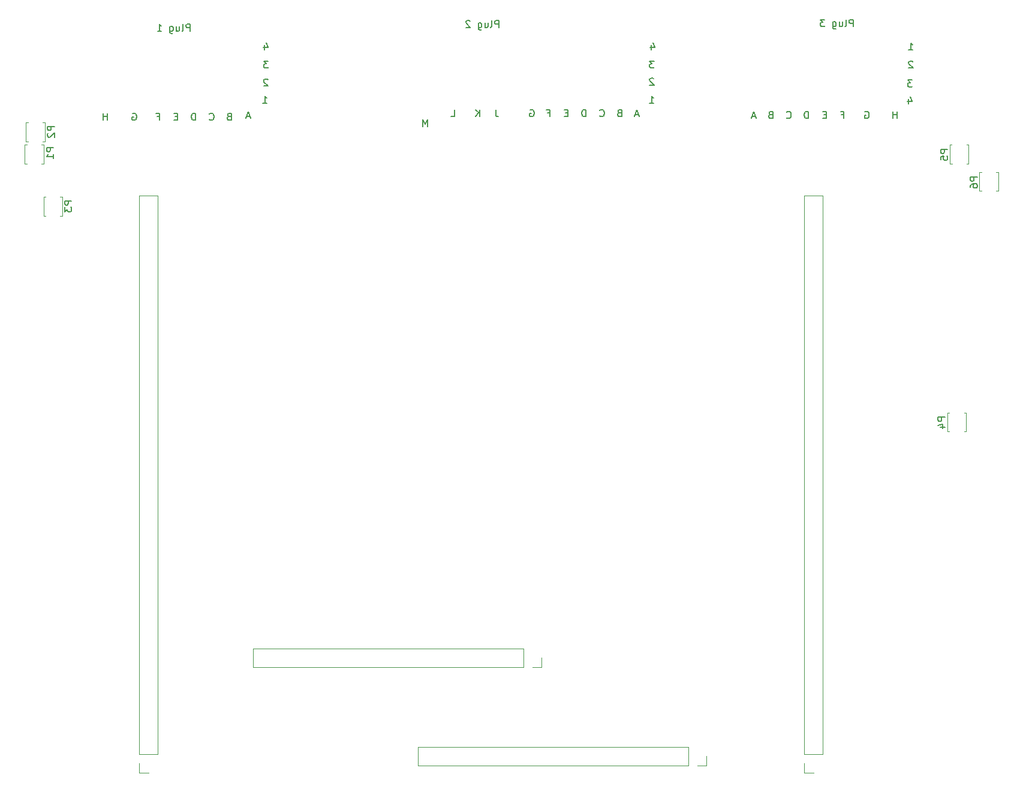
<source format=gbr>
%TF.GenerationSoftware,KiCad,Pcbnew,9.0.3*%
%TF.CreationDate,2025-10-28T00:12:23+00:00*%
%TF.ProjectId,Polygonus-Universal-Base,506f6c79-676f-46e7-9573-2d556e697665,rev?*%
%TF.SameCoordinates,Original*%
%TF.FileFunction,Legend,Bot*%
%TF.FilePolarity,Positive*%
%FSLAX46Y46*%
G04 Gerber Fmt 4.6, Leading zero omitted, Abs format (unit mm)*
G04 Created by KiCad (PCBNEW 9.0.3) date 2025-10-28 00:12:23*
%MOMM*%
%LPD*%
G01*
G04 APERTURE LIST*
%ADD10C,0.150000*%
%ADD11C,0.120000*%
%ADD12R,1.700000X1.700000*%
%ADD13O,1.700000X1.700000*%
%ADD14R,1.600000X1.600000*%
%ADD15C,1.600000*%
%ADD16C,1.700000*%
%ADD17C,1.524000*%
%ADD18O,1.600000X1.600000*%
%ADD19C,2.780000*%
%ADD20C,4.000000*%
%ADD21C,2.200000*%
%ADD22C,3.500000*%
%ADD23R,1.350000X1.350000*%
%ADD24O,1.350000X1.350000*%
G04 APERTURE END LIST*
D10*
X146983220Y-40240009D02*
X146649887Y-40240009D01*
X146507030Y-40763819D02*
X146983220Y-40763819D01*
X146983220Y-40763819D02*
X146983220Y-39763819D01*
X146983220Y-39763819D02*
X146507030Y-39763819D01*
X137204220Y-28190819D02*
X137204220Y-27190819D01*
X137204220Y-27190819D02*
X136823268Y-27190819D01*
X136823268Y-27190819D02*
X136728030Y-27238438D01*
X136728030Y-27238438D02*
X136680411Y-27286057D01*
X136680411Y-27286057D02*
X136632792Y-27381295D01*
X136632792Y-27381295D02*
X136632792Y-27524152D01*
X136632792Y-27524152D02*
X136680411Y-27619390D01*
X136680411Y-27619390D02*
X136728030Y-27667009D01*
X136728030Y-27667009D02*
X136823268Y-27714628D01*
X136823268Y-27714628D02*
X137204220Y-27714628D01*
X136061363Y-28190819D02*
X136156601Y-28143200D01*
X136156601Y-28143200D02*
X136204220Y-28047961D01*
X136204220Y-28047961D02*
X136204220Y-27190819D01*
X135251839Y-27524152D02*
X135251839Y-28190819D01*
X135680410Y-27524152D02*
X135680410Y-28047961D01*
X135680410Y-28047961D02*
X135632791Y-28143200D01*
X135632791Y-28143200D02*
X135537553Y-28190819D01*
X135537553Y-28190819D02*
X135394696Y-28190819D01*
X135394696Y-28190819D02*
X135299458Y-28143200D01*
X135299458Y-28143200D02*
X135251839Y-28095580D01*
X134347077Y-27524152D02*
X134347077Y-28333676D01*
X134347077Y-28333676D02*
X134394696Y-28428914D01*
X134394696Y-28428914D02*
X134442315Y-28476533D01*
X134442315Y-28476533D02*
X134537553Y-28524152D01*
X134537553Y-28524152D02*
X134680410Y-28524152D01*
X134680410Y-28524152D02*
X134775648Y-28476533D01*
X134347077Y-28143200D02*
X134442315Y-28190819D01*
X134442315Y-28190819D02*
X134632791Y-28190819D01*
X134632791Y-28190819D02*
X134728029Y-28143200D01*
X134728029Y-28143200D02*
X134775648Y-28095580D01*
X134775648Y-28095580D02*
X134823267Y-28000342D01*
X134823267Y-28000342D02*
X134823267Y-27714628D01*
X134823267Y-27714628D02*
X134775648Y-27619390D01*
X134775648Y-27619390D02*
X134728029Y-27571771D01*
X134728029Y-27571771D02*
X134632791Y-27524152D01*
X134632791Y-27524152D02*
X134442315Y-27524152D01*
X134442315Y-27524152D02*
X134347077Y-27571771D01*
X133156600Y-27286057D02*
X133108981Y-27238438D01*
X133108981Y-27238438D02*
X133013743Y-27190819D01*
X133013743Y-27190819D02*
X132775648Y-27190819D01*
X132775648Y-27190819D02*
X132680410Y-27238438D01*
X132680410Y-27238438D02*
X132632791Y-27286057D01*
X132632791Y-27286057D02*
X132585172Y-27381295D01*
X132585172Y-27381295D02*
X132585172Y-27476533D01*
X132585172Y-27476533D02*
X132632791Y-27619390D01*
X132632791Y-27619390D02*
X133204219Y-28190819D01*
X133204219Y-28190819D02*
X132585172Y-28190819D01*
X134537220Y-40763819D02*
X134537220Y-39763819D01*
X133965792Y-40763819D02*
X134394363Y-40192390D01*
X133965792Y-39763819D02*
X134537220Y-40335247D01*
X102072839Y-40732104D02*
X101596649Y-40732104D01*
X102168077Y-41017819D02*
X101834744Y-40017819D01*
X101834744Y-40017819D02*
X101501411Y-41017819D01*
X96373792Y-41176580D02*
X96421411Y-41224200D01*
X96421411Y-41224200D02*
X96564268Y-41271819D01*
X96564268Y-41271819D02*
X96659506Y-41271819D01*
X96659506Y-41271819D02*
X96802363Y-41224200D01*
X96802363Y-41224200D02*
X96897601Y-41128961D01*
X96897601Y-41128961D02*
X96945220Y-41033723D01*
X96945220Y-41033723D02*
X96992839Y-40843247D01*
X96992839Y-40843247D02*
X96992839Y-40700390D01*
X96992839Y-40700390D02*
X96945220Y-40509914D01*
X96945220Y-40509914D02*
X96897601Y-40414676D01*
X96897601Y-40414676D02*
X96802363Y-40319438D01*
X96802363Y-40319438D02*
X96659506Y-40271819D01*
X96659506Y-40271819D02*
X96564268Y-40271819D01*
X96564268Y-40271819D02*
X96421411Y-40319438D01*
X96421411Y-40319438D02*
X96373792Y-40367057D01*
X149523220Y-40763819D02*
X149523220Y-39763819D01*
X149523220Y-39763819D02*
X149285125Y-39763819D01*
X149285125Y-39763819D02*
X149142268Y-39811438D01*
X149142268Y-39811438D02*
X149047030Y-39906676D01*
X149047030Y-39906676D02*
X148999411Y-40001914D01*
X148999411Y-40001914D02*
X148951792Y-40192390D01*
X148951792Y-40192390D02*
X148951792Y-40335247D01*
X148951792Y-40335247D02*
X148999411Y-40525723D01*
X148999411Y-40525723D02*
X149047030Y-40620961D01*
X149047030Y-40620961D02*
X149142268Y-40716200D01*
X149142268Y-40716200D02*
X149285125Y-40763819D01*
X149285125Y-40763819D02*
X149523220Y-40763819D01*
X195671839Y-33001057D02*
X195624220Y-32953438D01*
X195624220Y-32953438D02*
X195528982Y-32905819D01*
X195528982Y-32905819D02*
X195290887Y-32905819D01*
X195290887Y-32905819D02*
X195195649Y-32953438D01*
X195195649Y-32953438D02*
X195148030Y-33001057D01*
X195148030Y-33001057D02*
X195100411Y-33096295D01*
X195100411Y-33096295D02*
X195100411Y-33191533D01*
X195100411Y-33191533D02*
X195148030Y-33334390D01*
X195148030Y-33334390D02*
X195719458Y-33905819D01*
X195719458Y-33905819D02*
X195100411Y-33905819D01*
X177867792Y-40922580D02*
X177915411Y-40970200D01*
X177915411Y-40970200D02*
X178058268Y-41017819D01*
X178058268Y-41017819D02*
X178153506Y-41017819D01*
X178153506Y-41017819D02*
X178296363Y-40970200D01*
X178296363Y-40970200D02*
X178391601Y-40874961D01*
X178391601Y-40874961D02*
X178439220Y-40779723D01*
X178439220Y-40779723D02*
X178486839Y-40589247D01*
X178486839Y-40589247D02*
X178486839Y-40446390D01*
X178486839Y-40446390D02*
X178439220Y-40255914D01*
X178439220Y-40255914D02*
X178391601Y-40160676D01*
X178391601Y-40160676D02*
X178296363Y-40065438D01*
X178296363Y-40065438D02*
X178153506Y-40017819D01*
X178153506Y-40017819D02*
X178058268Y-40017819D01*
X178058268Y-40017819D02*
X177915411Y-40065438D01*
X177915411Y-40065438D02*
X177867792Y-40113057D01*
X81959220Y-41271819D02*
X81959220Y-40271819D01*
X81959220Y-40748009D02*
X81387792Y-40748009D01*
X81387792Y-41271819D02*
X81387792Y-40271819D01*
X159143458Y-32905819D02*
X158524411Y-32905819D01*
X158524411Y-32905819D02*
X158857744Y-33286771D01*
X158857744Y-33286771D02*
X158714887Y-33286771D01*
X158714887Y-33286771D02*
X158619649Y-33334390D01*
X158619649Y-33334390D02*
X158572030Y-33382009D01*
X158572030Y-33382009D02*
X158524411Y-33477247D01*
X158524411Y-33477247D02*
X158524411Y-33715342D01*
X158524411Y-33715342D02*
X158572030Y-33810580D01*
X158572030Y-33810580D02*
X158619649Y-33858200D01*
X158619649Y-33858200D02*
X158714887Y-33905819D01*
X158714887Y-33905819D02*
X159000601Y-33905819D01*
X159000601Y-33905819D02*
X159095839Y-33858200D01*
X159095839Y-33858200D02*
X159143458Y-33810580D01*
X154269887Y-40240009D02*
X154127030Y-40287628D01*
X154127030Y-40287628D02*
X154079411Y-40335247D01*
X154079411Y-40335247D02*
X154031792Y-40430485D01*
X154031792Y-40430485D02*
X154031792Y-40573342D01*
X154031792Y-40573342D02*
X154079411Y-40668580D01*
X154079411Y-40668580D02*
X154127030Y-40716200D01*
X154127030Y-40716200D02*
X154222268Y-40763819D01*
X154222268Y-40763819D02*
X154603220Y-40763819D01*
X154603220Y-40763819D02*
X154603220Y-39763819D01*
X154603220Y-39763819D02*
X154269887Y-39763819D01*
X154269887Y-39763819D02*
X154174649Y-39811438D01*
X154174649Y-39811438D02*
X154127030Y-39859057D01*
X154127030Y-39859057D02*
X154079411Y-39954295D01*
X154079411Y-39954295D02*
X154079411Y-40049533D01*
X154079411Y-40049533D02*
X154127030Y-40144771D01*
X154127030Y-40144771D02*
X154174649Y-40192390D01*
X154174649Y-40192390D02*
X154269887Y-40240009D01*
X154269887Y-40240009D02*
X154603220Y-40240009D01*
X195100411Y-31365819D02*
X195671839Y-31365819D01*
X195386125Y-31365819D02*
X195386125Y-30365819D01*
X195386125Y-30365819D02*
X195481363Y-30508676D01*
X195481363Y-30508676D02*
X195576601Y-30603914D01*
X195576601Y-30603914D02*
X195671839Y-30651533D01*
X159095839Y-35414057D02*
X159048220Y-35366438D01*
X159048220Y-35366438D02*
X158952982Y-35318819D01*
X158952982Y-35318819D02*
X158714887Y-35318819D01*
X158714887Y-35318819D02*
X158619649Y-35366438D01*
X158619649Y-35366438D02*
X158572030Y-35414057D01*
X158572030Y-35414057D02*
X158524411Y-35509295D01*
X158524411Y-35509295D02*
X158524411Y-35604533D01*
X158524411Y-35604533D02*
X158572030Y-35747390D01*
X158572030Y-35747390D02*
X159143458Y-36318819D01*
X159143458Y-36318819D02*
X158524411Y-36318819D01*
X180939220Y-41017819D02*
X180939220Y-40017819D01*
X180939220Y-40017819D02*
X180701125Y-40017819D01*
X180701125Y-40017819D02*
X180558268Y-40065438D01*
X180558268Y-40065438D02*
X180463030Y-40160676D01*
X180463030Y-40160676D02*
X180415411Y-40255914D01*
X180415411Y-40255914D02*
X180367792Y-40446390D01*
X180367792Y-40446390D02*
X180367792Y-40589247D01*
X180367792Y-40589247D02*
X180415411Y-40779723D01*
X180415411Y-40779723D02*
X180463030Y-40874961D01*
X180463030Y-40874961D02*
X180558268Y-40970200D01*
X180558268Y-40970200D02*
X180701125Y-41017819D01*
X180701125Y-41017819D02*
X180939220Y-41017819D01*
X193439220Y-41017819D02*
X193439220Y-40017819D01*
X193439220Y-40494009D02*
X192867792Y-40494009D01*
X192867792Y-41017819D02*
X192867792Y-40017819D01*
X156936839Y-40478104D02*
X156460649Y-40478104D01*
X157032077Y-40763819D02*
X156698744Y-39763819D01*
X156698744Y-39763819D02*
X156365411Y-40763819D01*
X104612839Y-35541057D02*
X104565220Y-35493438D01*
X104565220Y-35493438D02*
X104469982Y-35445819D01*
X104469982Y-35445819D02*
X104231887Y-35445819D01*
X104231887Y-35445819D02*
X104136649Y-35493438D01*
X104136649Y-35493438D02*
X104089030Y-35541057D01*
X104089030Y-35541057D02*
X104041411Y-35636295D01*
X104041411Y-35636295D02*
X104041411Y-35731533D01*
X104041411Y-35731533D02*
X104089030Y-35874390D01*
X104089030Y-35874390D02*
X104660458Y-36445819D01*
X104660458Y-36445819D02*
X104041411Y-36445819D01*
X175605887Y-40494009D02*
X175463030Y-40541628D01*
X175463030Y-40541628D02*
X175415411Y-40589247D01*
X175415411Y-40589247D02*
X175367792Y-40684485D01*
X175367792Y-40684485D02*
X175367792Y-40827342D01*
X175367792Y-40827342D02*
X175415411Y-40922580D01*
X175415411Y-40922580D02*
X175463030Y-40970200D01*
X175463030Y-40970200D02*
X175558268Y-41017819D01*
X175558268Y-41017819D02*
X175939220Y-41017819D01*
X175939220Y-41017819D02*
X175939220Y-40017819D01*
X175939220Y-40017819D02*
X175605887Y-40017819D01*
X175605887Y-40017819D02*
X175510649Y-40065438D01*
X175510649Y-40065438D02*
X175463030Y-40113057D01*
X175463030Y-40113057D02*
X175415411Y-40208295D01*
X175415411Y-40208295D02*
X175415411Y-40303533D01*
X175415411Y-40303533D02*
X175463030Y-40398771D01*
X175463030Y-40398771D02*
X175510649Y-40446390D01*
X175510649Y-40446390D02*
X175605887Y-40494009D01*
X175605887Y-40494009D02*
X175939220Y-40494009D01*
X187242220Y-28063819D02*
X187242220Y-27063819D01*
X187242220Y-27063819D02*
X186861268Y-27063819D01*
X186861268Y-27063819D02*
X186766030Y-27111438D01*
X186766030Y-27111438D02*
X186718411Y-27159057D01*
X186718411Y-27159057D02*
X186670792Y-27254295D01*
X186670792Y-27254295D02*
X186670792Y-27397152D01*
X186670792Y-27397152D02*
X186718411Y-27492390D01*
X186718411Y-27492390D02*
X186766030Y-27540009D01*
X186766030Y-27540009D02*
X186861268Y-27587628D01*
X186861268Y-27587628D02*
X187242220Y-27587628D01*
X186099363Y-28063819D02*
X186194601Y-28016200D01*
X186194601Y-28016200D02*
X186242220Y-27920961D01*
X186242220Y-27920961D02*
X186242220Y-27063819D01*
X185289839Y-27397152D02*
X185289839Y-28063819D01*
X185718410Y-27397152D02*
X185718410Y-27920961D01*
X185718410Y-27920961D02*
X185670791Y-28016200D01*
X185670791Y-28016200D02*
X185575553Y-28063819D01*
X185575553Y-28063819D02*
X185432696Y-28063819D01*
X185432696Y-28063819D02*
X185337458Y-28016200D01*
X185337458Y-28016200D02*
X185289839Y-27968580D01*
X184385077Y-27397152D02*
X184385077Y-28206676D01*
X184385077Y-28206676D02*
X184432696Y-28301914D01*
X184432696Y-28301914D02*
X184480315Y-28349533D01*
X184480315Y-28349533D02*
X184575553Y-28397152D01*
X184575553Y-28397152D02*
X184718410Y-28397152D01*
X184718410Y-28397152D02*
X184813648Y-28349533D01*
X184385077Y-28016200D02*
X184480315Y-28063819D01*
X184480315Y-28063819D02*
X184670791Y-28063819D01*
X184670791Y-28063819D02*
X184766029Y-28016200D01*
X184766029Y-28016200D02*
X184813648Y-27968580D01*
X184813648Y-27968580D02*
X184861267Y-27873342D01*
X184861267Y-27873342D02*
X184861267Y-27587628D01*
X184861267Y-27587628D02*
X184813648Y-27492390D01*
X184813648Y-27492390D02*
X184766029Y-27444771D01*
X184766029Y-27444771D02*
X184670791Y-27397152D01*
X184670791Y-27397152D02*
X184480315Y-27397152D01*
X184480315Y-27397152D02*
X184385077Y-27444771D01*
X183242219Y-27063819D02*
X182623172Y-27063819D01*
X182623172Y-27063819D02*
X182956505Y-27444771D01*
X182956505Y-27444771D02*
X182813648Y-27444771D01*
X182813648Y-27444771D02*
X182718410Y-27492390D01*
X182718410Y-27492390D02*
X182670791Y-27540009D01*
X182670791Y-27540009D02*
X182623172Y-27635247D01*
X182623172Y-27635247D02*
X182623172Y-27873342D01*
X182623172Y-27873342D02*
X182670791Y-27968580D01*
X182670791Y-27968580D02*
X182718410Y-28016200D01*
X182718410Y-28016200D02*
X182813648Y-28063819D01*
X182813648Y-28063819D02*
X183099362Y-28063819D01*
X183099362Y-28063819D02*
X183194600Y-28016200D01*
X183194600Y-28016200D02*
X183242219Y-27968580D01*
X85499411Y-40319438D02*
X85594649Y-40271819D01*
X85594649Y-40271819D02*
X85737506Y-40271819D01*
X85737506Y-40271819D02*
X85880363Y-40319438D01*
X85880363Y-40319438D02*
X85975601Y-40414676D01*
X85975601Y-40414676D02*
X86023220Y-40509914D01*
X86023220Y-40509914D02*
X86070839Y-40700390D01*
X86070839Y-40700390D02*
X86070839Y-40843247D01*
X86070839Y-40843247D02*
X86023220Y-41033723D01*
X86023220Y-41033723D02*
X85975601Y-41128961D01*
X85975601Y-41128961D02*
X85880363Y-41224200D01*
X85880363Y-41224200D02*
X85737506Y-41271819D01*
X85737506Y-41271819D02*
X85642268Y-41271819D01*
X85642268Y-41271819D02*
X85499411Y-41224200D01*
X85499411Y-41224200D02*
X85451792Y-41176580D01*
X85451792Y-41176580D02*
X85451792Y-40843247D01*
X85451792Y-40843247D02*
X85642268Y-40843247D01*
X127171220Y-42160819D02*
X127171220Y-41160819D01*
X127171220Y-41160819D02*
X126837887Y-41875104D01*
X126837887Y-41875104D02*
X126504554Y-41160819D01*
X126504554Y-41160819D02*
X126504554Y-42160819D01*
X104136649Y-30699152D02*
X104136649Y-31365819D01*
X104374744Y-30318200D02*
X104612839Y-31032485D01*
X104612839Y-31032485D02*
X103993792Y-31032485D01*
X195592458Y-35572819D02*
X194973411Y-35572819D01*
X194973411Y-35572819D02*
X195306744Y-35953771D01*
X195306744Y-35953771D02*
X195163887Y-35953771D01*
X195163887Y-35953771D02*
X195068649Y-36001390D01*
X195068649Y-36001390D02*
X195021030Y-36049009D01*
X195021030Y-36049009D02*
X194973411Y-36144247D01*
X194973411Y-36144247D02*
X194973411Y-36382342D01*
X194973411Y-36382342D02*
X195021030Y-36477580D01*
X195021030Y-36477580D02*
X195068649Y-36525200D01*
X195068649Y-36525200D02*
X195163887Y-36572819D01*
X195163887Y-36572819D02*
X195449601Y-36572819D01*
X195449601Y-36572819D02*
X195544839Y-36525200D01*
X195544839Y-36525200D02*
X195592458Y-36477580D01*
X195068649Y-38319152D02*
X195068649Y-38985819D01*
X195306744Y-37938200D02*
X195544839Y-38652485D01*
X195544839Y-38652485D02*
X194925792Y-38652485D01*
X103914411Y-38858819D02*
X104485839Y-38858819D01*
X104200125Y-38858819D02*
X104200125Y-37858819D01*
X104200125Y-37858819D02*
X104295363Y-38001676D01*
X104295363Y-38001676D02*
X104390601Y-38096914D01*
X104390601Y-38096914D02*
X104485839Y-38144533D01*
X104660458Y-32905819D02*
X104041411Y-32905819D01*
X104041411Y-32905819D02*
X104374744Y-33286771D01*
X104374744Y-33286771D02*
X104231887Y-33286771D01*
X104231887Y-33286771D02*
X104136649Y-33334390D01*
X104136649Y-33334390D02*
X104089030Y-33382009D01*
X104089030Y-33382009D02*
X104041411Y-33477247D01*
X104041411Y-33477247D02*
X104041411Y-33715342D01*
X104041411Y-33715342D02*
X104089030Y-33810580D01*
X104089030Y-33810580D02*
X104136649Y-33858200D01*
X104136649Y-33858200D02*
X104231887Y-33905819D01*
X104231887Y-33905819D02*
X104517601Y-33905819D01*
X104517601Y-33905819D02*
X104612839Y-33858200D01*
X104612839Y-33858200D02*
X104660458Y-33810580D01*
X185605887Y-40494009D02*
X185939220Y-40494009D01*
X185939220Y-41017819D02*
X185939220Y-40017819D01*
X185939220Y-40017819D02*
X185463030Y-40017819D01*
X88991887Y-40748009D02*
X89325220Y-40748009D01*
X89325220Y-41271819D02*
X89325220Y-40271819D01*
X89325220Y-40271819D02*
X88849030Y-40271819D01*
X91865220Y-40748009D02*
X91531887Y-40748009D01*
X91389030Y-41271819D02*
X91865220Y-41271819D01*
X91865220Y-41271819D02*
X91865220Y-40271819D01*
X91865220Y-40271819D02*
X91389030Y-40271819D01*
X158524411Y-38858819D02*
X159095839Y-38858819D01*
X158810125Y-38858819D02*
X158810125Y-37858819D01*
X158810125Y-37858819D02*
X158905363Y-38001676D01*
X158905363Y-38001676D02*
X159000601Y-38096914D01*
X159000601Y-38096914D02*
X159095839Y-38144533D01*
X158746649Y-30699152D02*
X158746649Y-31365819D01*
X158984744Y-30318200D02*
X159222839Y-31032485D01*
X159222839Y-31032485D02*
X158603792Y-31032485D01*
X94405220Y-41271819D02*
X94405220Y-40271819D01*
X94405220Y-40271819D02*
X94167125Y-40271819D01*
X94167125Y-40271819D02*
X94024268Y-40319438D01*
X94024268Y-40319438D02*
X93929030Y-40414676D01*
X93929030Y-40414676D02*
X93881411Y-40509914D01*
X93881411Y-40509914D02*
X93833792Y-40700390D01*
X93833792Y-40700390D02*
X93833792Y-40843247D01*
X93833792Y-40843247D02*
X93881411Y-41033723D01*
X93881411Y-41033723D02*
X93929030Y-41128961D01*
X93929030Y-41128961D02*
X94024268Y-41224200D01*
X94024268Y-41224200D02*
X94167125Y-41271819D01*
X94167125Y-41271819D02*
X94405220Y-41271819D01*
X183439220Y-40494009D02*
X183105887Y-40494009D01*
X182963030Y-41017819D02*
X183439220Y-41017819D01*
X183439220Y-41017819D02*
X183439220Y-40017819D01*
X183439220Y-40017819D02*
X182963030Y-40017819D01*
X144109887Y-40240009D02*
X144443220Y-40240009D01*
X144443220Y-40763819D02*
X144443220Y-39763819D01*
X144443220Y-39763819D02*
X143967030Y-39763819D01*
X136791506Y-39763819D02*
X136791506Y-40478104D01*
X136791506Y-40478104D02*
X136839125Y-40620961D01*
X136839125Y-40620961D02*
X136934363Y-40716200D01*
X136934363Y-40716200D02*
X137077220Y-40763819D01*
X137077220Y-40763819D02*
X137172458Y-40763819D01*
X188915411Y-40065438D02*
X189010649Y-40017819D01*
X189010649Y-40017819D02*
X189153506Y-40017819D01*
X189153506Y-40017819D02*
X189296363Y-40065438D01*
X189296363Y-40065438D02*
X189391601Y-40160676D01*
X189391601Y-40160676D02*
X189439220Y-40255914D01*
X189439220Y-40255914D02*
X189486839Y-40446390D01*
X189486839Y-40446390D02*
X189486839Y-40589247D01*
X189486839Y-40589247D02*
X189439220Y-40779723D01*
X189439220Y-40779723D02*
X189391601Y-40874961D01*
X189391601Y-40874961D02*
X189296363Y-40970200D01*
X189296363Y-40970200D02*
X189153506Y-41017819D01*
X189153506Y-41017819D02*
X189058268Y-41017819D01*
X189058268Y-41017819D02*
X188915411Y-40970200D01*
X188915411Y-40970200D02*
X188867792Y-40922580D01*
X188867792Y-40922580D02*
X188867792Y-40589247D01*
X188867792Y-40589247D02*
X189058268Y-40589247D01*
X99151887Y-40748009D02*
X99009030Y-40795628D01*
X99009030Y-40795628D02*
X98961411Y-40843247D01*
X98961411Y-40843247D02*
X98913792Y-40938485D01*
X98913792Y-40938485D02*
X98913792Y-41081342D01*
X98913792Y-41081342D02*
X98961411Y-41176580D01*
X98961411Y-41176580D02*
X99009030Y-41224200D01*
X99009030Y-41224200D02*
X99104268Y-41271819D01*
X99104268Y-41271819D02*
X99485220Y-41271819D01*
X99485220Y-41271819D02*
X99485220Y-40271819D01*
X99485220Y-40271819D02*
X99151887Y-40271819D01*
X99151887Y-40271819D02*
X99056649Y-40319438D01*
X99056649Y-40319438D02*
X99009030Y-40367057D01*
X99009030Y-40367057D02*
X98961411Y-40462295D01*
X98961411Y-40462295D02*
X98961411Y-40557533D01*
X98961411Y-40557533D02*
X99009030Y-40652771D01*
X99009030Y-40652771D02*
X99056649Y-40700390D01*
X99056649Y-40700390D02*
X99151887Y-40748009D01*
X99151887Y-40748009D02*
X99485220Y-40748009D01*
X130505030Y-40763819D02*
X130981220Y-40763819D01*
X130981220Y-40763819D02*
X130981220Y-39763819D01*
X141633411Y-39811438D02*
X141728649Y-39763819D01*
X141728649Y-39763819D02*
X141871506Y-39763819D01*
X141871506Y-39763819D02*
X142014363Y-39811438D01*
X142014363Y-39811438D02*
X142109601Y-39906676D01*
X142109601Y-39906676D02*
X142157220Y-40001914D01*
X142157220Y-40001914D02*
X142204839Y-40192390D01*
X142204839Y-40192390D02*
X142204839Y-40335247D01*
X142204839Y-40335247D02*
X142157220Y-40525723D01*
X142157220Y-40525723D02*
X142109601Y-40620961D01*
X142109601Y-40620961D02*
X142014363Y-40716200D01*
X142014363Y-40716200D02*
X141871506Y-40763819D01*
X141871506Y-40763819D02*
X141776268Y-40763819D01*
X141776268Y-40763819D02*
X141633411Y-40716200D01*
X141633411Y-40716200D02*
X141585792Y-40668580D01*
X141585792Y-40668580D02*
X141585792Y-40335247D01*
X141585792Y-40335247D02*
X141776268Y-40335247D01*
X93643220Y-28698819D02*
X93643220Y-27698819D01*
X93643220Y-27698819D02*
X93262268Y-27698819D01*
X93262268Y-27698819D02*
X93167030Y-27746438D01*
X93167030Y-27746438D02*
X93119411Y-27794057D01*
X93119411Y-27794057D02*
X93071792Y-27889295D01*
X93071792Y-27889295D02*
X93071792Y-28032152D01*
X93071792Y-28032152D02*
X93119411Y-28127390D01*
X93119411Y-28127390D02*
X93167030Y-28175009D01*
X93167030Y-28175009D02*
X93262268Y-28222628D01*
X93262268Y-28222628D02*
X93643220Y-28222628D01*
X92500363Y-28698819D02*
X92595601Y-28651200D01*
X92595601Y-28651200D02*
X92643220Y-28555961D01*
X92643220Y-28555961D02*
X92643220Y-27698819D01*
X91690839Y-28032152D02*
X91690839Y-28698819D01*
X92119410Y-28032152D02*
X92119410Y-28555961D01*
X92119410Y-28555961D02*
X92071791Y-28651200D01*
X92071791Y-28651200D02*
X91976553Y-28698819D01*
X91976553Y-28698819D02*
X91833696Y-28698819D01*
X91833696Y-28698819D02*
X91738458Y-28651200D01*
X91738458Y-28651200D02*
X91690839Y-28603580D01*
X90786077Y-28032152D02*
X90786077Y-28841676D01*
X90786077Y-28841676D02*
X90833696Y-28936914D01*
X90833696Y-28936914D02*
X90881315Y-28984533D01*
X90881315Y-28984533D02*
X90976553Y-29032152D01*
X90976553Y-29032152D02*
X91119410Y-29032152D01*
X91119410Y-29032152D02*
X91214648Y-28984533D01*
X90786077Y-28651200D02*
X90881315Y-28698819D01*
X90881315Y-28698819D02*
X91071791Y-28698819D01*
X91071791Y-28698819D02*
X91167029Y-28651200D01*
X91167029Y-28651200D02*
X91214648Y-28603580D01*
X91214648Y-28603580D02*
X91262267Y-28508342D01*
X91262267Y-28508342D02*
X91262267Y-28222628D01*
X91262267Y-28222628D02*
X91214648Y-28127390D01*
X91214648Y-28127390D02*
X91167029Y-28079771D01*
X91167029Y-28079771D02*
X91071791Y-28032152D01*
X91071791Y-28032152D02*
X90881315Y-28032152D01*
X90881315Y-28032152D02*
X90786077Y-28079771D01*
X89024172Y-28698819D02*
X89595600Y-28698819D01*
X89309886Y-28698819D02*
X89309886Y-27698819D01*
X89309886Y-27698819D02*
X89405124Y-27841676D01*
X89405124Y-27841676D02*
X89500362Y-27936914D01*
X89500362Y-27936914D02*
X89595600Y-27984533D01*
X173486839Y-40732104D02*
X173010649Y-40732104D01*
X173582077Y-41017819D02*
X173248744Y-40017819D01*
X173248744Y-40017819D02*
X172915411Y-41017819D01*
X151491792Y-40668580D02*
X151539411Y-40716200D01*
X151539411Y-40716200D02*
X151682268Y-40763819D01*
X151682268Y-40763819D02*
X151777506Y-40763819D01*
X151777506Y-40763819D02*
X151920363Y-40716200D01*
X151920363Y-40716200D02*
X152015601Y-40620961D01*
X152015601Y-40620961D02*
X152063220Y-40525723D01*
X152063220Y-40525723D02*
X152110839Y-40335247D01*
X152110839Y-40335247D02*
X152110839Y-40192390D01*
X152110839Y-40192390D02*
X152063220Y-40001914D01*
X152063220Y-40001914D02*
X152015601Y-39906676D01*
X152015601Y-39906676D02*
X151920363Y-39811438D01*
X151920363Y-39811438D02*
X151777506Y-39763819D01*
X151777506Y-39763819D02*
X151682268Y-39763819D01*
X151682268Y-39763819D02*
X151539411Y-39811438D01*
X151539411Y-39811438D02*
X151491792Y-39859057D01*
X74368819Y-45132042D02*
X73368819Y-45132042D01*
X73368819Y-45132042D02*
X73368819Y-45512994D01*
X73368819Y-45512994D02*
X73416438Y-45608232D01*
X73416438Y-45608232D02*
X73464057Y-45655851D01*
X73464057Y-45655851D02*
X73559295Y-45703470D01*
X73559295Y-45703470D02*
X73702152Y-45703470D01*
X73702152Y-45703470D02*
X73797390Y-45655851D01*
X73797390Y-45655851D02*
X73845009Y-45608232D01*
X73845009Y-45608232D02*
X73892628Y-45512994D01*
X73892628Y-45512994D02*
X73892628Y-45132042D01*
X74368819Y-46655851D02*
X74368819Y-46084423D01*
X74368819Y-46370137D02*
X73368819Y-46370137D01*
X73368819Y-46370137D02*
X73511676Y-46274899D01*
X73511676Y-46274899D02*
X73606914Y-46179661D01*
X73606914Y-46179661D02*
X73654533Y-46084423D01*
X76908819Y-52653505D02*
X75908819Y-52653505D01*
X75908819Y-52653505D02*
X75908819Y-53034457D01*
X75908819Y-53034457D02*
X75956438Y-53129695D01*
X75956438Y-53129695D02*
X76004057Y-53177314D01*
X76004057Y-53177314D02*
X76099295Y-53224933D01*
X76099295Y-53224933D02*
X76242152Y-53224933D01*
X76242152Y-53224933D02*
X76337390Y-53177314D01*
X76337390Y-53177314D02*
X76385009Y-53129695D01*
X76385009Y-53129695D02*
X76432628Y-53034457D01*
X76432628Y-53034457D02*
X76432628Y-52653505D01*
X75908819Y-53558267D02*
X75908819Y-54177314D01*
X75908819Y-54177314D02*
X76289771Y-53843981D01*
X76289771Y-53843981D02*
X76289771Y-53986838D01*
X76289771Y-53986838D02*
X76337390Y-54082076D01*
X76337390Y-54082076D02*
X76385009Y-54129695D01*
X76385009Y-54129695D02*
X76480247Y-54177314D01*
X76480247Y-54177314D02*
X76718342Y-54177314D01*
X76718342Y-54177314D02*
X76813580Y-54129695D01*
X76813580Y-54129695D02*
X76861200Y-54082076D01*
X76861200Y-54082076D02*
X76908819Y-53986838D01*
X76908819Y-53986838D02*
X76908819Y-53701124D01*
X76908819Y-53701124D02*
X76861200Y-53605886D01*
X76861200Y-53605886D02*
X76813580Y-53558267D01*
X204797819Y-49299905D02*
X203797819Y-49299905D01*
X203797819Y-49299905D02*
X203797819Y-49680857D01*
X203797819Y-49680857D02*
X203845438Y-49776095D01*
X203845438Y-49776095D02*
X203893057Y-49823714D01*
X203893057Y-49823714D02*
X203988295Y-49871333D01*
X203988295Y-49871333D02*
X204131152Y-49871333D01*
X204131152Y-49871333D02*
X204226390Y-49823714D01*
X204226390Y-49823714D02*
X204274009Y-49776095D01*
X204274009Y-49776095D02*
X204321628Y-49680857D01*
X204321628Y-49680857D02*
X204321628Y-49299905D01*
X203797819Y-50728476D02*
X203797819Y-50538000D01*
X203797819Y-50538000D02*
X203845438Y-50442762D01*
X203845438Y-50442762D02*
X203893057Y-50395143D01*
X203893057Y-50395143D02*
X204035914Y-50299905D01*
X204035914Y-50299905D02*
X204226390Y-50252286D01*
X204226390Y-50252286D02*
X204607342Y-50252286D01*
X204607342Y-50252286D02*
X204702580Y-50299905D01*
X204702580Y-50299905D02*
X204750200Y-50347524D01*
X204750200Y-50347524D02*
X204797819Y-50442762D01*
X204797819Y-50442762D02*
X204797819Y-50633238D01*
X204797819Y-50633238D02*
X204750200Y-50728476D01*
X204750200Y-50728476D02*
X204702580Y-50776095D01*
X204702580Y-50776095D02*
X204607342Y-50823714D01*
X204607342Y-50823714D02*
X204369247Y-50823714D01*
X204369247Y-50823714D02*
X204274009Y-50776095D01*
X204274009Y-50776095D02*
X204226390Y-50728476D01*
X204226390Y-50728476D02*
X204178771Y-50633238D01*
X204178771Y-50633238D02*
X204178771Y-50442762D01*
X204178771Y-50442762D02*
X204226390Y-50347524D01*
X204226390Y-50347524D02*
X204274009Y-50299905D01*
X204274009Y-50299905D02*
X204369247Y-50252286D01*
X200606819Y-45387505D02*
X199606819Y-45387505D01*
X199606819Y-45387505D02*
X199606819Y-45768457D01*
X199606819Y-45768457D02*
X199654438Y-45863695D01*
X199654438Y-45863695D02*
X199702057Y-45911314D01*
X199702057Y-45911314D02*
X199797295Y-45958933D01*
X199797295Y-45958933D02*
X199940152Y-45958933D01*
X199940152Y-45958933D02*
X200035390Y-45911314D01*
X200035390Y-45911314D02*
X200083009Y-45863695D01*
X200083009Y-45863695D02*
X200130628Y-45768457D01*
X200130628Y-45768457D02*
X200130628Y-45387505D01*
X199606819Y-46863695D02*
X199606819Y-46387505D01*
X199606819Y-46387505D02*
X200083009Y-46339886D01*
X200083009Y-46339886D02*
X200035390Y-46387505D01*
X200035390Y-46387505D02*
X199987771Y-46482743D01*
X199987771Y-46482743D02*
X199987771Y-46720838D01*
X199987771Y-46720838D02*
X200035390Y-46816076D01*
X200035390Y-46816076D02*
X200083009Y-46863695D01*
X200083009Y-46863695D02*
X200178247Y-46911314D01*
X200178247Y-46911314D02*
X200416342Y-46911314D01*
X200416342Y-46911314D02*
X200511580Y-46863695D01*
X200511580Y-46863695D02*
X200559200Y-46816076D01*
X200559200Y-46816076D02*
X200606819Y-46720838D01*
X200606819Y-46720838D02*
X200606819Y-46482743D01*
X200606819Y-46482743D02*
X200559200Y-46387505D01*
X200559200Y-46387505D02*
X200511580Y-46339886D01*
X200225819Y-83182705D02*
X199225819Y-83182705D01*
X199225819Y-83182705D02*
X199225819Y-83563657D01*
X199225819Y-83563657D02*
X199273438Y-83658895D01*
X199273438Y-83658895D02*
X199321057Y-83706514D01*
X199321057Y-83706514D02*
X199416295Y-83754133D01*
X199416295Y-83754133D02*
X199559152Y-83754133D01*
X199559152Y-83754133D02*
X199654390Y-83706514D01*
X199654390Y-83706514D02*
X199702009Y-83658895D01*
X199702009Y-83658895D02*
X199749628Y-83563657D01*
X199749628Y-83563657D02*
X199749628Y-83182705D01*
X199559152Y-84611276D02*
X200225819Y-84611276D01*
X199178200Y-84373181D02*
X199892485Y-84135086D01*
X199892485Y-84135086D02*
X199892485Y-84754133D01*
X74495819Y-42137905D02*
X73495819Y-42137905D01*
X73495819Y-42137905D02*
X73495819Y-42518857D01*
X73495819Y-42518857D02*
X73543438Y-42614095D01*
X73543438Y-42614095D02*
X73591057Y-42661714D01*
X73591057Y-42661714D02*
X73686295Y-42709333D01*
X73686295Y-42709333D02*
X73829152Y-42709333D01*
X73829152Y-42709333D02*
X73924390Y-42661714D01*
X73924390Y-42661714D02*
X73972009Y-42614095D01*
X73972009Y-42614095D02*
X74019628Y-42518857D01*
X74019628Y-42518857D02*
X74019628Y-42137905D01*
X73591057Y-43090286D02*
X73543438Y-43137905D01*
X73543438Y-43137905D02*
X73495819Y-43233143D01*
X73495819Y-43233143D02*
X73495819Y-43471238D01*
X73495819Y-43471238D02*
X73543438Y-43566476D01*
X73543438Y-43566476D02*
X73591057Y-43614095D01*
X73591057Y-43614095D02*
X73686295Y-43661714D01*
X73686295Y-43661714D02*
X73781533Y-43661714D01*
X73781533Y-43661714D02*
X73924390Y-43614095D01*
X73924390Y-43614095D02*
X74495819Y-43042667D01*
X74495819Y-43042667D02*
X74495819Y-43661714D01*
D11*
%TO.C,P1*%
X70298000Y-47405600D02*
X70298000Y-44745600D01*
X70592462Y-44745600D02*
X70298000Y-44745600D01*
X70603627Y-47405600D02*
X70298000Y-47405600D01*
X72652373Y-44745600D02*
X72958000Y-44745600D01*
X72663538Y-47405600D02*
X72958000Y-47405600D01*
X72958000Y-44745600D02*
X72958000Y-47405600D01*
%TO.C,P3*%
X72939600Y-54771600D02*
X72939600Y-52111600D01*
X73234062Y-52111600D02*
X72939600Y-52111600D01*
X73245227Y-54771600D02*
X72939600Y-54771600D01*
X75293973Y-52111600D02*
X75599600Y-52111600D01*
X75305138Y-54771600D02*
X75599600Y-54771600D01*
X75599600Y-52111600D02*
X75599600Y-54771600D01*
%TO.C,P6*%
X205070400Y-51266400D02*
X205070400Y-48606400D01*
X205364862Y-48606400D02*
X205070400Y-48606400D01*
X205376027Y-51266400D02*
X205070400Y-51266400D01*
X207424773Y-48606400D02*
X207730400Y-48606400D01*
X207435938Y-51266400D02*
X207730400Y-51266400D01*
X207730400Y-48606400D02*
X207730400Y-51266400D01*
%TO.C,P5*%
X200904800Y-47405600D02*
X200904800Y-44745600D01*
X201199262Y-44745600D02*
X200904800Y-44745600D01*
X201210427Y-47405600D02*
X200904800Y-47405600D01*
X203259173Y-44745600D02*
X203564800Y-44745600D01*
X203270338Y-47405600D02*
X203564800Y-47405600D01*
X203564800Y-44745600D02*
X203564800Y-47405600D01*
%TO.C,P4*%
X200549200Y-85200800D02*
X200549200Y-82540800D01*
X200843662Y-82540800D02*
X200549200Y-82540800D01*
X200854827Y-85200800D02*
X200549200Y-85200800D01*
X202903573Y-82540800D02*
X203209200Y-82540800D01*
X202914738Y-85200800D02*
X203209200Y-85200800D01*
X203209200Y-82540800D02*
X203209200Y-85200800D01*
%TO.C,J2*%
X86430080Y-51947154D02*
X89090080Y-51947154D01*
X86430080Y-130747154D02*
X86430080Y-51947154D01*
X86430080Y-130747154D02*
X89090080Y-130747154D01*
X86430080Y-132017154D02*
X86430080Y-133347154D01*
X86430080Y-133347154D02*
X87760080Y-133347154D01*
X89090080Y-130747154D02*
X89090080Y-51947154D01*
X102523794Y-118464404D02*
X102523794Y-115804404D01*
X125800080Y-132356287D02*
X125800080Y-129696287D01*
X140683794Y-115804404D02*
X102523794Y-115804404D01*
X140683794Y-118464404D02*
X102523794Y-118464404D01*
X140683794Y-118464404D02*
X140683794Y-115804404D01*
X141953794Y-118464404D02*
X143283794Y-118464404D01*
X143283794Y-118464404D02*
X143283794Y-117134404D01*
X163960080Y-129696287D02*
X125800080Y-129696287D01*
X163960080Y-132356287D02*
X125800080Y-132356287D01*
X163960080Y-132356287D02*
X163960080Y-129696287D01*
X165230080Y-132356287D02*
X166560080Y-132356287D01*
X166560080Y-132356287D02*
X166560080Y-131026287D01*
X180342763Y-51942059D02*
X183002763Y-51942059D01*
X180342763Y-130742059D02*
X180342763Y-51942059D01*
X180342763Y-130742059D02*
X183002763Y-130742059D01*
X180342763Y-132012059D02*
X180342763Y-133342059D01*
X180342763Y-133342059D02*
X181672763Y-133342059D01*
X183002763Y-130742059D02*
X183002763Y-51942059D01*
%TO.C,P2*%
X70450400Y-44256000D02*
X70450400Y-41596000D01*
X70744862Y-41596000D02*
X70450400Y-41596000D01*
X70756027Y-44256000D02*
X70450400Y-44256000D01*
X72804773Y-41596000D02*
X73110400Y-41596000D01*
X72815938Y-44256000D02*
X73110400Y-44256000D01*
X73110400Y-41596000D02*
X73110400Y-44256000D01*
%TD*%
%LPC*%
D12*
%TO.C,J5*%
X93888235Y-91017793D03*
D13*
X93888235Y-93557793D03*
X93888235Y-96097793D03*
X93888235Y-98637793D03*
X93888235Y-101177793D03*
X93888235Y-103717793D03*
X93888235Y-106257793D03*
%TD*%
D14*
%TO.C,C2*%
X101112052Y-65110107D03*
D15*
X104612052Y-65110107D03*
%TD*%
D16*
%TO.C,P1*%
X71628000Y-46075600D03*
%TD*%
D17*
%TO.C,U1*%
X190269349Y-141724815D03*
X192809349Y-141724815D03*
X195349349Y-141724815D03*
X197889349Y-141724815D03*
X200429349Y-141724815D03*
X202969349Y-141724815D03*
X205509349Y-141724815D03*
X208049349Y-141724815D03*
X190269349Y-116324815D03*
X192809349Y-116324815D03*
X195349349Y-116324815D03*
X197889349Y-116324815D03*
X200429349Y-116324815D03*
X202969349Y-116324815D03*
X205509349Y-116324815D03*
X208049349Y-116324815D03*
%TD*%
D14*
%TO.C,A1*%
X151360000Y-105209750D03*
D18*
X151360000Y-107749750D03*
X151360000Y-110289750D03*
X151360000Y-112829750D03*
X151360000Y-115369750D03*
X151360000Y-117909750D03*
X151360000Y-120449750D03*
X151360000Y-122989750D03*
X164060000Y-122989750D03*
X164060000Y-120449750D03*
X164060000Y-117909750D03*
X164060000Y-115369750D03*
X164060000Y-112829750D03*
X164060000Y-110289750D03*
X164060000Y-107749750D03*
X164060000Y-105209750D03*
%TD*%
D16*
%TO.C,P3*%
X74269600Y-53441600D03*
%TD*%
D19*
%TO.C,F1*%
X192364464Y-50542664D03*
X188964464Y-50542664D03*
X192364464Y-60462664D03*
X188964464Y-60462664D03*
%TD*%
D16*
%TO.C,P6*%
X206400400Y-49936400D03*
%TD*%
%TO.C,P5*%
X202234800Y-46075600D03*
%TD*%
D20*
%TO.C,J1*%
X71950000Y-35490000D03*
D21*
X75550000Y-39340000D03*
D20*
X120000000Y-28490000D03*
D21*
X199650000Y-39340000D03*
D20*
X203250000Y-35490000D03*
D15*
X101700000Y-38340000D03*
X101700000Y-35840000D03*
X101700000Y-33340000D03*
X101700000Y-30840000D03*
X99200000Y-38340000D03*
X99200000Y-35840000D03*
X99200000Y-33340000D03*
X99200000Y-30840000D03*
X96700000Y-38340000D03*
X96700000Y-35840000D03*
X96700000Y-33340000D03*
X96700000Y-30840000D03*
X94200000Y-38340000D03*
X94200000Y-35840000D03*
X94200000Y-33340000D03*
X94200000Y-30840000D03*
X91700000Y-38340000D03*
X91700000Y-35840000D03*
X91700000Y-33340000D03*
X91700000Y-30840000D03*
X89200000Y-38340000D03*
X89200000Y-35840000D03*
X89200000Y-33340000D03*
X89200000Y-30840000D03*
X85700000Y-38340000D03*
X85700000Y-35840000D03*
X85700000Y-33340000D03*
X85700000Y-30840000D03*
X82000000Y-38340000D03*
X82000000Y-35840000D03*
X82000000Y-33340000D03*
X82000000Y-30840000D03*
X156700000Y-38340000D03*
X156700000Y-35840000D03*
X156700000Y-33340000D03*
X156700000Y-30840000D03*
X154200000Y-38340000D03*
X154200000Y-35840000D03*
X154200000Y-33340000D03*
X154200000Y-30840000D03*
X151700000Y-38340000D03*
X151700000Y-35840000D03*
X151700000Y-33340000D03*
X151700000Y-30840000D03*
X149200000Y-38340000D03*
X149200000Y-35840000D03*
X149200000Y-33340000D03*
X149200000Y-30840000D03*
X146700000Y-38340000D03*
X146700000Y-35840000D03*
X146700000Y-33340000D03*
X146700000Y-30840000D03*
X144200000Y-38340000D03*
X144200000Y-35840000D03*
X144200000Y-33340000D03*
X144200000Y-30840000D03*
X141700000Y-38340000D03*
X141700000Y-35840000D03*
X141700000Y-33340000D03*
X141700000Y-30840000D03*
X139200000Y-38340000D03*
X139200000Y-35840000D03*
X139200000Y-33340000D03*
X139200000Y-30840000D03*
X136700000Y-38340000D03*
X136700000Y-35840000D03*
X136700000Y-33340000D03*
X136700000Y-30840000D03*
X134200000Y-38340000D03*
X134200000Y-35840000D03*
X134200000Y-33340000D03*
X134200000Y-30840000D03*
X130700000Y-38340000D03*
X130700000Y-35840000D03*
X130700000Y-33340000D03*
X130700000Y-30840000D03*
X127000000Y-38340000D03*
X127000000Y-35840000D03*
X127000000Y-33340000D03*
X127000000Y-30840000D03*
X173500000Y-38340000D03*
X173500000Y-35840000D03*
X173500000Y-33340000D03*
X173500000Y-30840000D03*
X176000000Y-38340000D03*
X176000000Y-35840000D03*
X176000000Y-33340000D03*
X176000000Y-30840000D03*
X178500000Y-38340000D03*
X178500000Y-35840000D03*
X178500000Y-33340000D03*
X178500000Y-30840000D03*
X181000000Y-38340000D03*
X181000000Y-35840000D03*
X181000000Y-33340000D03*
X181000000Y-30840000D03*
X183500000Y-38340000D03*
X183500000Y-35840000D03*
X183500000Y-33340000D03*
X183500000Y-30840000D03*
X186000000Y-38340000D03*
X186000000Y-35840000D03*
X186000000Y-33340000D03*
X186000000Y-30840000D03*
X189500000Y-38340000D03*
X189500000Y-35840000D03*
X189500000Y-33340000D03*
X189500000Y-30840000D03*
X193200000Y-38340000D03*
X193200000Y-35840000D03*
X193200000Y-33340000D03*
X193200000Y-30840000D03*
%TD*%
D12*
%TO.C,J4*%
X200849999Y-92720000D03*
D16*
X200849999Y-95220000D03*
X202849999Y-95220000D03*
X202849999Y-92720000D03*
D22*
X205559999Y-87950000D03*
X205559999Y-99990000D03*
%TD*%
D23*
%TO.C,J3*%
X194310000Y-99250000D03*
D24*
X194310000Y-97250000D03*
X194310000Y-95250000D03*
X194310000Y-93250000D03*
X194310000Y-91250000D03*
%TD*%
D16*
%TO.C,P4*%
X201879200Y-83870800D03*
%TD*%
D17*
%TO.C,U2*%
X61611115Y-135011435D03*
X64151115Y-135011435D03*
X66691115Y-135011435D03*
X69231115Y-135011435D03*
X71771115Y-135011435D03*
X74311115Y-135011435D03*
X76851115Y-135011435D03*
X79391115Y-135011435D03*
X61611115Y-109611435D03*
X64151115Y-109611435D03*
X66691115Y-109611435D03*
X69231115Y-109611435D03*
X71771115Y-109611435D03*
X74311115Y-109611435D03*
X76851115Y-109611435D03*
X79391115Y-109611435D03*
%TD*%
D12*
%TO.C,J2*%
X181672763Y-132012059D03*
D13*
X181672763Y-129472059D03*
X181672763Y-126932059D03*
X181672763Y-124392059D03*
X181672763Y-121852059D03*
X181672763Y-119312059D03*
X181672763Y-116772059D03*
X181672763Y-114232059D03*
X181672763Y-111692059D03*
X181672763Y-109152059D03*
X181672763Y-106612059D03*
X181672763Y-104072059D03*
X181672763Y-101532059D03*
X181672763Y-98992059D03*
X181672763Y-96452059D03*
X181672763Y-93912059D03*
X181672763Y-91372059D03*
X181672763Y-88832059D03*
X181672763Y-86292059D03*
X181672763Y-83752059D03*
X181672763Y-81212059D03*
X181672763Y-78672059D03*
X181672763Y-76132059D03*
X181672763Y-73592059D03*
X181672763Y-71052059D03*
X181672763Y-68512059D03*
X181672763Y-65972059D03*
X181672763Y-63432059D03*
X181672763Y-60892059D03*
X181672763Y-58352059D03*
X181672763Y-55812059D03*
X181672763Y-53272059D03*
D12*
X87760080Y-132017154D03*
D13*
X87760080Y-129477154D03*
X87760080Y-126937154D03*
X87760080Y-124397154D03*
X87760080Y-121857154D03*
X87760080Y-119317154D03*
X87760080Y-116777154D03*
X87760080Y-114237154D03*
X87760080Y-111697154D03*
X87760080Y-109157154D03*
X87760080Y-106617154D03*
X87760080Y-104077154D03*
X87760080Y-101537154D03*
X87760080Y-98997154D03*
X87760080Y-96457154D03*
X87760080Y-93917154D03*
X87760080Y-91377154D03*
X87760080Y-88837154D03*
X87760080Y-86297154D03*
X87760080Y-83757154D03*
X87760080Y-81217154D03*
X87760080Y-78677154D03*
X87760080Y-76137154D03*
X87760080Y-73597154D03*
X87760080Y-71057154D03*
X87760080Y-68517154D03*
X87760080Y-65977154D03*
X87760080Y-63437154D03*
X87760080Y-60897154D03*
X87760080Y-58357154D03*
X87760080Y-55817154D03*
X87760080Y-53277154D03*
D12*
X165230080Y-131026287D03*
D13*
X162690080Y-131026287D03*
X160150080Y-131026287D03*
X157610080Y-131026287D03*
X155070080Y-131026287D03*
X152530080Y-131026287D03*
X149990080Y-131026287D03*
X147450080Y-131026287D03*
X144910080Y-131026287D03*
X142370080Y-131026287D03*
X139830080Y-131026287D03*
X137290080Y-131026287D03*
X134750080Y-131026287D03*
X132210080Y-131026287D03*
X129670080Y-131026287D03*
X127130080Y-131026287D03*
D12*
X141953794Y-117134404D03*
D13*
X139413794Y-117134404D03*
X136873794Y-117134404D03*
X134333794Y-117134404D03*
X131793794Y-117134404D03*
X129253794Y-117134404D03*
X126713794Y-117134404D03*
X124173794Y-117134404D03*
X121633794Y-117134404D03*
X119093794Y-117134404D03*
X116553794Y-117134404D03*
X114013794Y-117134404D03*
X111473794Y-117134404D03*
X108933794Y-117134404D03*
X106393794Y-117134404D03*
X103853794Y-117134404D03*
D15*
X164425871Y-101751522D03*
X161925871Y-101751522D03*
X159425871Y-101751522D03*
X156925871Y-101751522D03*
D14*
X154425871Y-101751522D03*
D12*
X117154579Y-56302538D03*
D13*
X114614579Y-56302538D03*
X112074579Y-56302538D03*
X109534579Y-56302538D03*
X106994579Y-56302538D03*
X104454579Y-56302538D03*
%TD*%
D16*
%TO.C,P2*%
X71780400Y-42926000D03*
%TD*%
%LPD*%
M02*

</source>
